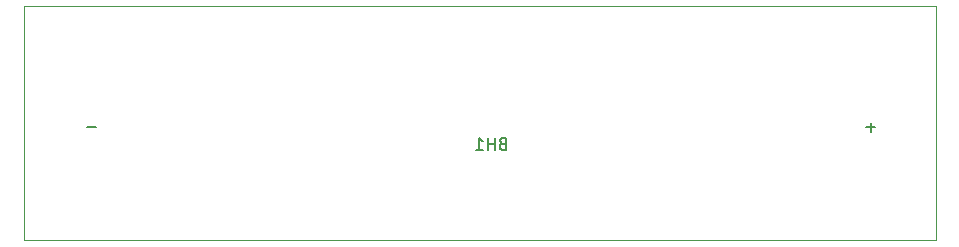
<source format=gbr>
G04 #@! TF.GenerationSoftware,KiCad,Pcbnew,(5.1.0)-1*
G04 #@! TF.CreationDate,2019-04-18T21:07:37-07:00*
G04 #@! TF.ProjectId,PCBv2,50434276-322e-46b6-9963-61645f706362,rev?*
G04 #@! TF.SameCoordinates,Original*
G04 #@! TF.FileFunction,Legend,Bot*
G04 #@! TF.FilePolarity,Positive*
%FSLAX46Y46*%
G04 Gerber Fmt 4.6, Leading zero omitted, Abs format (unit mm)*
G04 Created by KiCad (PCBNEW (5.1.0)-1) date 2019-04-18 21:07:37*
%MOMM*%
%LPD*%
G04 APERTURE LIST*
%ADD10C,0.120000*%
%ADD11C,0.150000*%
G04 APERTURE END LIST*
D10*
X71500000Y-89312000D02*
X71500000Y-69500000D01*
X141604000Y-89312000D02*
X71500000Y-89312000D01*
X71500000Y-69500000D02*
X141604000Y-69500000D01*
X148716000Y-89312000D02*
X141604000Y-89312000D01*
X148716000Y-69500000D02*
X148716000Y-89312000D01*
X141604000Y-69500000D02*
X148716000Y-69500000D01*
D11*
X112052571Y-81112571D02*
X111909714Y-81160190D01*
X111862095Y-81207809D01*
X111814476Y-81303047D01*
X111814476Y-81445904D01*
X111862095Y-81541142D01*
X111909714Y-81588761D01*
X112004952Y-81636380D01*
X112385904Y-81636380D01*
X112385904Y-80636380D01*
X112052571Y-80636380D01*
X111957333Y-80684000D01*
X111909714Y-80731619D01*
X111862095Y-80826857D01*
X111862095Y-80922095D01*
X111909714Y-81017333D01*
X111957333Y-81064952D01*
X112052571Y-81112571D01*
X112385904Y-81112571D01*
X111385904Y-81636380D02*
X111385904Y-80636380D01*
X111385904Y-81112571D02*
X110814476Y-81112571D01*
X110814476Y-81636380D02*
X110814476Y-80636380D01*
X109814476Y-81636380D02*
X110385904Y-81636380D01*
X110100190Y-81636380D02*
X110100190Y-80636380D01*
X110195428Y-80779238D01*
X110290666Y-80874476D01*
X110385904Y-80922095D01*
X77630952Y-79731428D02*
X76869047Y-79731428D01*
X143630952Y-79731428D02*
X142869047Y-79731428D01*
X143250000Y-80112380D02*
X143250000Y-79350476D01*
M02*

</source>
